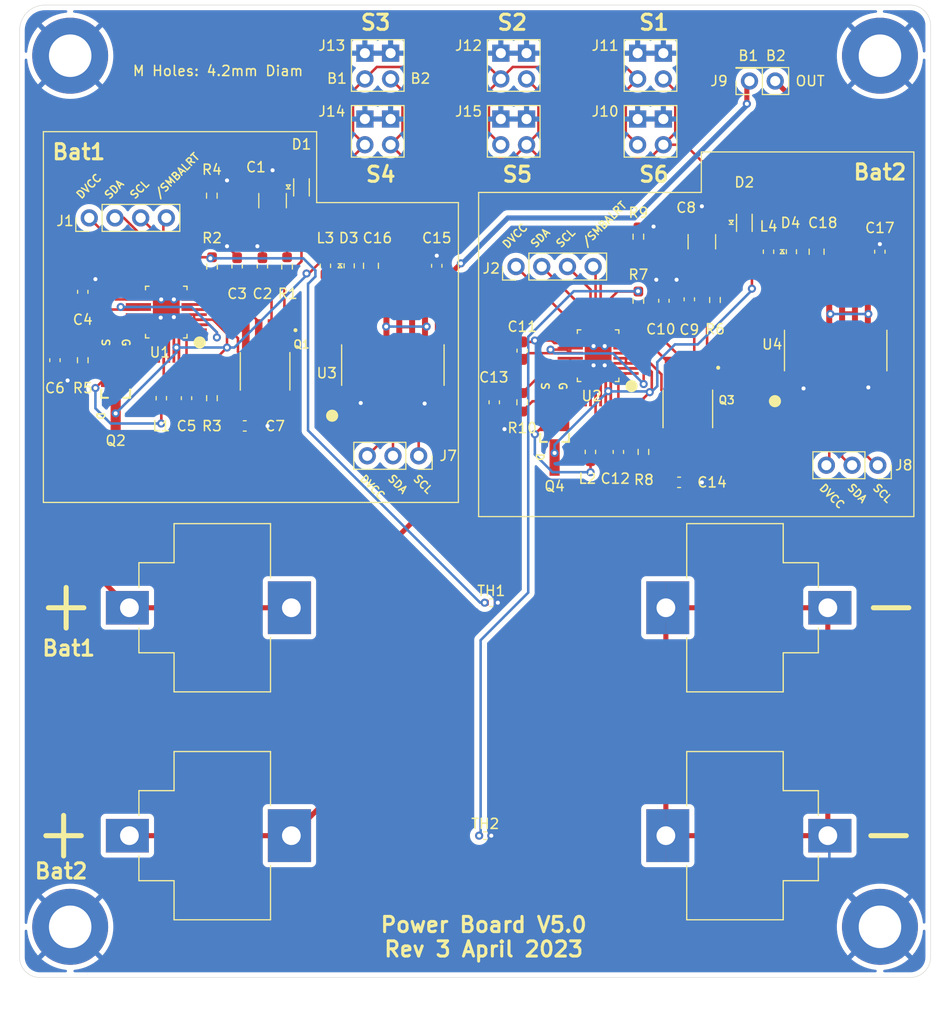
<source format=kicad_pcb>
(kicad_pcb (version 20211014) (generator pcbnew)
  (layers (0 "F.Cu" signal) (31 "B.Cu" signal) (34 "B.Paste" user) (35 "F.Paste" user) (36 "B.SilkS" user "B.Silkscreen") (37 "F.SilkS" user "F.Silkscreen") (38 "B.Mask" user) (39 "F.Mask" user) (44 "Edge.Cuts" user))
  (net 0 "")
  (net 1 "/Bat_Reg_4/VIN")
  (net 2 "GND")
  (net 3 "/Bat_Reg_4/V_Bat")
  (net 4 "/Bat_Reg_3/V_Bat")
  (net 5 "Net-(C1-Pad1)")
  (net 6 "/Bat_Reg_4/V_Out")
  (net 7 "Net-(C3-Pad2)")
  (net 8 "Net-(C4-Pad1)")
  (net 9 "Net-(C5-Pad1)")
  (net 10 "Net-(C5-Pad2)")
  (net 11 "/Bat_Reg_3/V_Out")
  (net 12 "Net-(C8-Pad1)")
  (net 13 "/V_Reg_3.3_5V4/Vout")
  (net 14 "Net-(C10-Pad2)")
  (net 15 "Net-(C11-Pad1)")
  (net 16 "Net-(C12-Pad1)")
  (net 17 "Net-(C12-Pad2)")
  (net 18 "Net-(C16-Pad1)")
  (net 19 "Net-(D4-Pad2)")
  (net 20 "/Bat_Reg_3/VIN")
  (net 21 "/Bat_Reg_4/DVCC")
  (net 22 "Net-(C18-Pad1)")
  (net 23 "/Bat_Reg_4/SDA")
  (net 24 "/Bat_Reg_4/SCL")
  (net 25 "/Bat_Reg_4/{slash}SMBALERT")
  (net 26 "/V_Reg_3.3_5V3/Vout")
  (net 27 "/V_Reg_3.3_5V4/3{slash}#5")
  (net 28 "/V_Reg_3.3_5V4/#STBY")
  (net 29 "/V_Reg_3.3_5V4/#SHDN")
  (net 30 "/Bat_Reg_4/TH")
  (net 31 "Net-(U3-Pad11)")
  (net 33 "Net-(U3-Pad10)")
  (net 34 "Net-(U4-Pad11)")
  (net 36 "Net-(U4-Pad10)")
  (net 37 "/Bat_Reg_3/DVCC")
  (net 38 "/Bat_Reg_3/SDA")
  (net 39 "/Bat_Reg_3/SCL")
  (net 40 "/Bat_Reg_3/{slash}SMBALERT")
  (net 41 "/V_Reg_3.3_5V3/3{slash}#5")
  (net 42 "/V_Reg_3.3_5V3/#STBY")
  (net 43 "/V_Reg_3.3_5V3/#SHDN")
  (net 44 "Net-(D1-Pad2)")
  (net 45 "Net-(L2-Pad2)")
  (net 46 "Net-(Q1-Pad4)")
  (net 47 "Net-(Q1-Pad5_8)")
  (net 48 "Net-(Q2-Pad1)")
  (net 49 "Net-(Q3-Pad4)")
  (net 50 "Net-(Q3-Pad5_8)")
  (net 51 "Net-(Q4-Pad1)")
  (net 52 "Net-(R2-Pad1)")
  (net 53 "Net-(R4-Pad2)")
  (net 54 "Net-(R7-Pad1)")
  (net 55 "Net-(R9-Pad2)")
  (net 56 "/Bat_Reg_3/TH")
  (net 57 "Net-(D2-Pad2)")
  (net 58 "Net-(D3-Pad2)")
  (net 59 "Net-(L1-Pad2)")
  (footprint "Connectors_Cubesat_Custom:CubeSat_Diode_SOT_882" (layer "F.Cu") (at 139.2625 71.240852 90)
    (fp_text reference "D3")
    (fp_text value "D_Schottky")
  )
  (footprint "Capacitor_SMD:C_0603_1608Metric_Pad1.08x0.95mm_HandSolder" (layer "F.Cu") (at 130.4925 71.31 90)
    (fp_text reference "C2")
    (fp_text value "0.1u")
  )
  (footprint "Connectors_Cubesat_Custom:CubeSat_Conn_2x02_P2.54mm" (layer "F.Cu") (at 168.34 52.01 -90)
    (fp_text reference "J11")
    (fp_text value "S2")
  )
  (footprint "MAX710ESE:SOIC127P600X175-16N" (layer "F.Cu") (at 187.125 79.605 90)
    (fp_text reference "U4")
    (fp_text value "MAX710ESE+T")
  )
  (footprint "Connectors_Cubesat_Custom:CubeSat_Conn_2x02_P2.54mm" (layer "F.Cu") (at 154.825 52.01 -90)
    (fp_text reference "J12")
    (fp_text value "S3")
  )
  (footprint "LTC4162:QFN50P500X400X80-29N" (layer "F.Cu") (at 163.655 80.11625 180)
    (fp_text reference "U2")
    (fp_text value "LTC4162")
  )
  (footprint "Resistor_SMD:R_0603_1608Metric_Pad0.98x0.95mm_HandSolder" (layer "F.Cu") (at 132.925 71.31 90)
    (fp_text reference "R1")
    (fp_text value "2.5")
  )
  (footprint "TQM110N:TRANS_TQM110NB04CR_RLG" (layer "F.Cu") (at 172.5175 85.22375 -90)
    (fp_text reference "Q3")
    (fp_text value "TQM110NB04CR_RLG")
  )
  (footprint "Capacitor_SMD:C_0603_1608Metric_Pad1.08x0.95mm_HandSolder" (layer "F.Cu") (at 109.9925 80.56 -90)
    (fp_text reference "C6")
    (fp_text value "10u")
  )
  (footprint "Connectors_Cubesat_Custom:CubeSat_MountingHole_M4" (layer "F.Cu") (at 111.5 136.5)
    (fp_text reference "H1")
    (fp_text value "MountingHole_Pad")
  )
  (footprint "254TR:BAT_254TR" (layer "F.Cu") (at 125.35 105 180)
    (fp_text reference "J3")
    (fp_text value "254TR")
  )
  (footprint "Connectors_Cubesat_Custom:CubeSat_2n7002" (layer "F.Cu") (at 159.355 87.91625 180)
    (fp_text reference "Q4")
    (fp_text value "2N7002*")
  )
  (footprint "Connectors_Cubesat_Custom:CubeSat_MountingHole_M4" (layer "F.Cu") (at 191.5 136.5)
    (fp_text reference "H3")
    (fp_text value "MountingHole_Pad")
  )
  (footprint "Connectors_Cubesat_Custom:CubeSat_Conn_4x01_P2.54mm" (layer "F.Cu") (at 159.655 71.11625 90)
    (fp_text reference "J2")
    (fp_text value "Conn_01x04_Female")
  )
  (footprint "Capacitor_SMD:C_0603_1608Metric_Pad1.08x0.95mm_HandSolder" (layer "F.Cu") (at 156.155 79.61625 90)
    (fp_text reference "C11")
    (fp_text value "4.7u")
  )
  (footprint "Connectors_Cubesat_Custom:CubeSat_Conn_2x02_P2.54mm" (layer "F.Cu") (at 154.825 58.51 -90)
    (fp_text reference "J15")
    (fp_text value "S6")
  )
  (footprint "Connectors_Cubesat_Custom:CubeSat_MountingHole_M4" (layer "F.Cu") (at 111.5 50.5)
    (fp_text reference "H4")
    (fp_text value "MountingHole_Pad")
  )
  (footprint "Connectors_Cubesat_Custom:CubeSat_Conn_3x01_P2.54mm" (layer "F.Cu") (at 188.2063 90.928977 -90)
    (fp_text reference "J8")
    (fp_text value "Conn_01x03_Female")
  )
  (footprint "Inductor_SMD:L_0603_1608Metric_Pad1.05x0.95mm_HandSolder" (layer "F.Cu") (at 120.5025 84.31 -90)
    (fp_text reference "L1")
    (fp_text value "4.7u")
  )
  (footprint "Capacitor_SMD:C_0603_1608Metric_Pad1.08x0.95mm_HandSolder" (layer "F.Cu") (at 128.745 87.05)
    (fp_text reference "C7")
    (fp_text value "10u")
  )
  (footprint "Capacitor_SMD:C_0603_1608Metric_Pad1.08x0.95mm_HandSolder" (layer "F.Cu") (at 191.49 69.85 90)
    (fp_text reference "C17")
    (fp_text value "4.7u")
  )
  (footprint "Capacitor_SMD:C_0603_1608Metric_Pad1.08x0.95mm_HandSolder" (layer "F.Cu") (at 153.395 84.71625 -90)
    (fp_text reference "C13")
    (fp_text value "10u")
  )
  (footprint "Connectors_Cubesat_Custom:CubeSat_MountingHole_M4" (layer "F.Cu") (at 191.5 50.5)
    (fp_text reference "H2")
    (fp_text value "MountingHole_Pad")
  )
  (footprint "Capacitor_SMD:C_1210_3225Metric_Pad1.33x2.70mm_HandSolder" (layer "F.Cu") (at 131.4925 64.81 90)
    (fp_text reference "C1")
    (fp_text value "150u")
  )
  (footprint "Connectors_Cubesat_Custom:CubeSat_Conn_4x01_P2.54mm" (layer "F.Cu") (at 117.4925 66.31 90)
    (fp_text reference "J1")
    (fp_text value "Conn_01x04_Female")
  )
  (footprint "Capacitor_SMD:C_1210_3225Metric_Pad1.33x2.70mm_HandSolder" (layer "F.Cu") (at 173.905 68.86625 90)
    (fp_text reference "C8")
    (fp_text value "150u")
  )
  (footprint "Resistor_SMD:R_0603_1608Metric_Pad0.98x0.95mm_HandSolder" (layer "F.Cu") (at 167.6325 68.36625 -90)
    (fp_text reference "R9")
    (fp_text value "63.4k")
  )
  (footprint "254TR:BAT_254TR" (layer "F.Cu") (at 178.35 127.5)
    (fp_text reference "J6")
    (fp_text value "254TR")
  )
  (footprint "MAX710ESE:SOIC127P600X175-16N" (layer "F.Cu") (at 143.3775 81.040852 90)
    (fp_text reference "U3")
    (fp_text value "MAX710ESE+T")
  )
  (footprint "Inductor_SMD:L_0603_1608Metric_Pad1.05x0.95mm_HandSolder" (layer "F.Cu") (at 180.49 69.85 -90)
    (fp_text reference "L4")
    (fp_text value "22u")
  )
  (footprint "Capacitor_SMD:C_0603_1608Metric_Pad1.08x0.95mm_HandSolder" (layer "F.Cu") (at 170.155 74.692551 -90)
    (fp_text reference "C10")
    (fp_text value "1u")
  )
  (footprint "Resistor_SMD:R_0603_1608Metric_Pad0.98x0.95mm_HandSolder" (layer "F.Cu") (at 168.1325 89.61625 -90)
    (fp_text reference "R8")
    (fp_text value "16m")
  )
  (footprint "Capacitor_SMD:C_0603_1608Metric_Pad1.08x0.95mm_HandSolder" (layer "F.Cu") (at 112.7425 73.81 90)
    (fp_text reference "C4")
    (fp_text value "4.7u")
  )
  (footprint "Resistor_SMD:R_0603_1608Metric_Pad0.98x0.95mm_HandSolder" (layer "F.Cu") (at 156.155 84.71625 -90)
    (fp_text reference "R10")
    (fp_text value "10m")
  )
  (footprint "Connectors_Cubesat_Custom:CubeSat_Conn_2x02_P2.54mm" (layer "F.Cu") (at 141.395 52.01 -90)
    (fp_text reference "J13")
    (fp_text value "S4")
  )
  (footprint "254TR:BAT_254TR" (layer "F.Cu") (at 125.35 127.5 180)
    (fp_text reference "J5")
    (fp_text value "254TR")
  )
  (footprint "Connectors_Cubesat_Custom:CubeSat_Diode_SOT_882" (layer "F.Cu") (at 182.95 69.85 90)
    (fp_text reference "D4")
    (fp_text value "D_Schottky")
  )
  (footprint "Capacitor_SMD:C_0603_1608Metric_Pad1.08x0.95mm_HandSolder" (layer "F.Cu") (at 127.9925 71.31 -90)
    (fp_text reference "C3")
    (fp_text value "1u")
  )
  (footprint "254TR:BAT_254TR" (layer "F.Cu") (at 178.35 105)
    (fp_text reference "J4")
    (fp_text value "254TR")
  )
  (footprint "Capacitor_SMD:C_0805_2012Metric_Pad1.18x1.45mm_HandSolder" (layer "F.Cu") (at 185.24 69.85 -90)
    (fp_text reference "C18")
    (fp_text value "100u")
  )
  (footprint "Connectors_Cubesat_Custom:CubeSat_2n7002" (layer "F.Cu") (at 115.9925 83.56 180)
    (fp_text reference "Q2")
    (fp_text value "2N7002*")
  )
  (footprint "Inductor_SMD:L_0603_1608Metric_Pad1.05x0.95mm_HandSolder" (layer "F.Cu") (at 162.895 89.61625 -90)
    (fp_text reference "L2")
    (fp_text value "4.7u")
  )
  (footprint "Resistor_SMD:R_0603_1608Metric_Pad0.98x0.95mm_HandSolder" (layer "F.Cu") (at 175.2 74.61625 90)
    (fp_text reference "R6")
    (fp_text value "2.5")
  )
  (footprint "Resistor_SMD:R_0603_1608Metric_Pad0.98x0.95mm_HandSolder" (layer "F.Cu") (at 125.5025 84.31 -90)
    (fp_text reference "R3")
    (fp_text value "16m")
  )
  (footprint "Resistor_SMD:R_0402_1005Metric_Pad0.72x0.64mm_HandSolder" (layer "F.Cu") (at 153.0975 104.5)
    (fp_text reference "TH1")
    (fp_text value "Thermistor_NTC")
  )
  (footprint "Connectors_Cubesat_Custom:CubeSat_Conn_3x01_P2.54mm" (layer "F.Cu") (at 142.85 90 -90)
    (fp_text reference "J7")
    (fp_text value "Conn_01x03_Female")
  )
  (footprint "Resistor_SMD:R_0603_1608Metric_Pad0.98x0.95mm_HandSolder" (layer "F.Cu") (at 112.7425 80.56 -90)
    (fp_text reference "R5")
    (fp_text value "10m")
  )
  (footprint "Inductor_SMD:L_0603_1608Metric_Pad1.05x0.95mm_HandSolder" (layer "F.Cu") (at 136.715 71.240852 -90)
    (fp_text reference "L3")
    (fp_text value "22u")
  )
  (footprint "Capacitor_SMD:C_0603_1608Metric_Pad1.08x0.95mm_HandSolder" (layer "F.Cu") (at 122.9925 84.31 -90)
    (fp_text reference "C5")
    (fp_text value "22n")
  )
  (footprint "LTC4162:QFN50P500X400X80-29N" (layer "F.Cu") (at 120.9925 75.81 180)
    (fp_text reference "U1")
    (fp_text value "LTC4162")
  )
  (footprint "TQM110N:TRANS_TQM110NB04CR_RLG" (layer "F.Cu") (at 130.755 81.5175 -90)
    (fp_text reference "Q1")
    (fp_text value "TQM110NB04CR_RLG")
  )
  (footprint "Capacitor_SMD:C_0603_1608Metric_Pad1.08x0.95mm_HandSolder" (layer "F.Cu") (at 171.655 92.61875)
    (fp_text reference "C14")
    (fp_text value "10u")
  )
  (footprint "Capacitor_SMD:C_0805_2012Metric_Pad1.18x1.45mm_HandSolder" (layer "F.Cu") (at 141.215 71.240852 -90)
    (fp_text reference "C16")
    (fp_text value "100u")
  )
  (footprint "Connectors_Cubesat_Custom:CubeSat_Conn_2x01_P2.54mm" (layer "F.Cu") (at 179.85 53 180)
    (fp_text reference "J9")
    (fp_text value "Conn_01x02_Female")
  )
  (footprint "Connectors_Cubesat_Custom:CubeSat_DIO_CUS520,H3f" (layer "F.Cu") (at 134.35 63.5 90)
    (fp_text reference "D1")
    (fp_text value "D_Schottky_Small")
  )
  (footprint "Connectors_Cubesat_Custom:CubeSat_Conn_2x02_P2.54mm" (layer "F.Cu") (at 141.395 58.51 -90)
    (fp_text reference "J14")
    (fp_text value "S5")
  )
  (footprint "Capacitor_SMD:C_0603_1608Metric_Pad1.08x0.95mm_HandSolder" (layer "F.Cu") (at 172.665 74.546284 90)
    (fp_text reference "C9")
    (fp_text value "0.1u")
  )
  (footprint "Resistor_SMD:R_0603_1608Metric_Pad0.98x0.95mm_HandSolder" (layer "F.Cu") (at 167.6325 74.692551 90)
    (fp_text reference "R7")
    (fp_text value "10k")
  )
  (footprint "Capacitor_SMD:C_0603_1608Metric_Pad1.08x0.95mm_HandSolder" (layer "F.Cu") (at 165.655 89.61625 -90)
    (fp_text reference "C12")
    (fp_text value "22n")
  )
  (footprint "Connectors_Cubesat_Custom:CubeSat_DIO_CUS520,H3f" (layer "F.Cu") (at 178.1 67 90)
    (fp_text reference "D2")
    (fp_text value "D_Schottky_Small")
  )
  (footprint "Resistor_SMD:R_0402_1005Metric_Pad0.72x0.64mm_HandSolder" (layer "F.Cu") (at 152.5 127.5)
    (fp_text reference "TH2")
    (fp_text value "Thermistor_NTC")
  )
  (footprint "Connectors_Cubesat_Custom:CubeSat_Conn_2x02_P2.54mm" (layer "F.Cu") (at 168.34 58.51 -90)
    (fp_text reference "J10")
    (fp_text value "S1")
  )
  (footprint "Resistor_SMD:R_0603_1608Metric_Pad0.98x0.95mm_HandSolder" (layer "F.Cu") (at 125.515 71.31 90)
    (fp_text reference "R2")
    (fp_text value "10k")
  )
  (footprint "Resistor_SMD:R_0603_1608Metric_Pad0.98x0.95mm_HandSolder" (layer "F.Cu") (at 125.4925 64.319448 -90)
    (fp_text reference "R4")
    (fp_text value "63.4k")
  )
  (footprint "Capacitor_SMD:C_0603_1608Metric_Pad1.08x0.95mm_HandSolder" (layer "F.Cu") (at 147.715 71.240852 90)
    (fp_text reference "C15")
    (fp_text value "4.7u")
  )
  (gr_line (start 110.85 125.5) (end 110.85 129.5) (layer "F.SilkS") (width 0.5))
  (gr_line (start 108.85 94.6) (end 108.85 58) (layer "F.SilkS") (width 0.12))
  (gr_line (start 173.85 60) (end 173.85 64) (layer "F.SilkS") (width 0.12))
  (gr_line (start 151.85 64) (end 151.85 96) (layer "F.SilkS") (width 0.12))
  (gr_line (start 149.85 65) (end 149.85 94.6) (layer "F.SilkS") (width 0.12))
  (gr_line (start 190.85 105) (end 194.35 105) (layer "F.SilkS") (width 0.5))
  (gr_line (start 108.85 58) (end 135.85 58) (layer "F.SilkS") (width 0.12))
  (gr_line (start 109.35 105) (end 112.85 105) (layer "F.SilkS") (width 0.5))
  (gr_line (start 151.85 96) (end 194.85 96) (layer "F.SilkS") (width 0.12))
  (gr_line (start 135.85 65) (end 149.85 65) (layer "F.SilkS") (width 0.12))
  (gr_line (start 194.85 60) (end 173.85 60) (layer "F.SilkS") (width 0.12))
  (gr_line (start 173.85 64) (end 151.85 64) (layer "F.SilkS") (width 0.12))
  (gr_line (start 194.85 96) (end 194.85 60) (layer "F.SilkS") (width 0.12))
  (gr_line (start 111.1 103) (end 111.1 107) (layer "F.SilkS") (width 0.5))
  (gr_line (start 109.1 127.5) (end 112.6 127.5) (layer "F.SilkS") (width 0.5))
  (gr_line (start 135.85 58) (end 135.85 65) (layer "F.SilkS") (width 0.12))
  (gr_line (start 149.85 94.6) (end 108.85 94.6) (layer "F.SilkS") (width 0.12))
  (gr_line (start 190.6 127.5) (end 194.1 127.5) (layer "F.SilkS") (width 0.5))
  (gr_line (start 106.5 139.5) (end 106.5 48) (layer "Edge.Cuts") (width 0.05))
  (gr_arc (start 196.5 139.5) (mid 195.914214 140.914214) (end 194.5 141.5) (layer "Edge.Cuts") (width 0.05))
  (gr_line (start 109 45.5) (end 194.5 45.5) (layer "Edge.Cuts") (width 0.05))
  (gr_arc (start 194.5 45.5) (mid 195.914214 46.085786) (end 196.5 47.5) (layer "Edge.Cuts") (width 0.05))
  (gr_line (start 108.5 141.5) (end 194.5 141.5) (layer "Edge.Cuts") (width 0.05))
  (gr_arc (start 108.5 141.5) (mid 107.085786 140.914214) (end 106.5 139.5) (layer "Edge.Cuts") (width 0.05))
  (gr_arc (start 106.5 48) (mid 107.232233 46.232233) (end 109 45.5) (layer "Edge.Cuts") (width 0.05))
  (gr_line (start 196.5 139.5) (end 196.5 47.5) (layer "Edge.Cuts") (width 0.05))
  (gr_text "OUT" (at 184.6 53) (layer "F.SilkS") (effects (font (size 1 1))))
  (gr_text "DVCC" (at 186.75 94 315) (layer "F.SilkS") (effects (font (size 0.75 0.75))))
  (gr_text "SDA" (at 143.85 92.8 315) (layer "F.SilkS") (effects (font (size 0.75 0.75))))
  (gr_text "B2" (at 146.1 52.75) (layer "F.SilkS") (effects (font (size 1 1))))
  (gr_text "DVCC" (at 155.45 68.3 45) (layer "F.SilkS") (effects (font (size 0.75 0.75))))
  (gr_text "SDA" (at 115.85 63.7 45) (layer "F.SilkS") (effects (font (size 0.75 0.75))))
  (gr_text "/SMBALRT" (at 122.05 62.3 45) (layer "F.SilkS") (effects (font (size 0.75 0.75))))
  (gr_text "B1 B2" (at 179.85 50.5) (layer "F.SilkS") (effects (font (size 1 1))))
  (gr_text "Power Board V5.0\nRev 3 April 2023" (at 152.35 137.5) (layer "F.SilkS") (effects (font (size 1.5 1.5) (thickness 0.3))))
  (gr_text "S1" (at 169.175 47.22) (layer "F.SilkS") (effects (font (size 1.5 1.5) (thickness 0.3))))
  (gr_text "SCL" (at 146.35 92.8 315) (layer "F.SilkS") (effects (font (size 0.75 0.75))))
  (gr_text "SCL" (at 160.45 68.5 45) (layer "F.SilkS") (effects (font (size 0.75 0.75))))
  (gr_text "S3" (at 141.675 47.22) (layer "F.SilkS") (effects (font (size 1.5 1.5) (thickness 0.3))))
  (gr_text "Bat1" (at 112.35 60) (layer "F.SilkS") (effects (font (size 1.5 1.5) (thickness 0.3))))
  (gr_text "DVCC" (at 113.35 63.4 45) (layer "F.SilkS") (effects (font (size 0.75 0.75))))
  (gr_text "SCL" (at 118.35 63.7 45) (layer "F.SilkS") (effects (font (size 0.75 0.75))))
  (gr_text "S4" (at 142.175 62.22) (layer "F.SilkS") (effects (font (size 1.5 1.5) (thickness 0.3))))
  (gr_text "Bat2\n" (at 110.6 131) (layer "F.SilkS") (effects (font (size 1.5 1.5) (thickness 0.3))))
  (gr_text "DVCC" (at 141.35 93.1 315) (layer "F.SilkS") (effects (font (size 0.75 0.75))))
  (gr_text "SDA" (at 189.25 93.7 315) (layer "F.SilkS") (effects (font (size 0.75 0.75))))
  (gr_text "Bat2\n" (at 191.5 62) (layer "F.SilkS") (effects (font (size 1.5 1.5) (thickness 0.3))))
  (gr_text "SDA" (at 157.95 68.5 45) (layer "F.SilkS") (effects (font (size 0.75 0.75))))
  (gr_text "S5" (at 155.675 62.22) (layer "F.SilkS") (effects (font (size 1.5 1.5) (thickness 0.3))))
  (gr_text "S6" (at 169.175 62.22) (layer "F.SilkS") (effects (font (size 1.5 1.5) (thickness 0.3))))
  (gr_text "/SMBALRT" (at 164.25 67.1 45) (layer "F.SilkS") (effects (font (size 0.75 0.75))))
  (gr_text "Bat1" (at 111.35 109) (layer "F.SilkS") (effects (font (size 1.5 1.5) (thickness 0.3))))
  (gr_text "S2" (at 155.175 47.22) (layer "F.SilkS") (effects (font (size 1.5 1.5) (thickness 0.3))))
  (gr_text "B1" (at 137.85 52.75) (layer "F.SilkS") (effects (font (size 1 1))))
  (gr_text "SCL" (at 191.75 93.7 315) (layer "F.SilkS") (effects (font (size 0.75 0.75))))
  (gr_text "M Holes: 4.2mm Diam" (at 126.1 52) (layer "F.SilkS") (effects (font (size 1 1))))
  (segment (start 123.745 74.56) (end 127.9175 74.56) (width 0.25) (layer "F.Cu") (net 1))
  (segment (start 130.4925 72.1725) (end 131.39 73.07) (width 0.25) (layer "F.Cu") (net 1))
  (segment (start 134.35 70.7975) (end 134.35 65.375) (width 0.25) (layer "F.Cu") (net 1))
  (segment (start 131.39 78) (end 130.125 78) (width 0.25) (layer "F.Cu") (net 1))
  (segment (start 131.39 73.07) (end 131.39 78) (width 0.25) (layer "F.Cu") (net 1))
  (segment (start 132.925 72.2225) (end 132.66 72.4875) (width 0.25) (layer "F.Cu") (net 1))
  (segment (start 132.925 72.2225) (end 134.35 70.7975) (width 0.25) (layer "F.Cu") (net 1))
  (segment (start 130.125 76.7675) (end 130.125 78) (width 0.25) (layer "F.Cu") (net 1))
  (segment (start 132.925 72.2225) (end 130.5425 72.2225) (width 0.25) (layer "F.Cu") (net 1))
  (segment (start 130.5425 72.2225) (end 130.4925 72.1725) (width 0.25) (layer "F.Cu") (net 1))
  (segment (start 132.66 78) (end 131.39 78) (width 0.25) (layer "F.Cu") (net 1))
  (segment (start 127.9175 74.56) (end 130.125 76.7675) (width 0.25) (layer "F.Cu") (net 1))
  (segment (start 132.66 72.4875) (end 132.66 78) (width 0.25) (layer "F.Cu") (net 1))
  (segment (start 119.7425 74.56) (end 120.9925 75.81) (width 0.25) (layer "F.Cu") (net 2))
  (segment (start 113.605 72.9475) (end 113.9925 72.56) (width 0.25) (layer "F.Cu") (net 2))
  (segment (start 172.155 73.683784) (end 172.155 73.36625) (width 0.25) (layer "F.Cu") (net 2))
  (segment (start 169.1325 67.36625) (end 169.045 67.45375) (width 0.25) (layer "F.Cu") (net 2))
  (segment (start 162.905 83.61875) (end 162.905 80.86625) (width 0.25) (layer "F.Cu") (net 2))
  (segment (start 183.95 75.86) (end 183.95 83.35) (width 0.25) (layer "F.Cu") (net 2))
  (segment (start 153.395 85.57875) (end 153.395 86.35625) (width 0.25) (layer "F.Cu") (net 2))
  (segment (start 185.24 75.84) (end 185.22 75.86) (width 0.25) (layer "F.Cu") (net 2))
  (segment (start 130.4925 69.81) (end 129.9925 69.31) (width 0.25) (layer "F.Cu") (net 2))
  (segment (start 170.155 73.830051) (end 170.155 73.36625) (width 0.25) (layer "F.Cu") (net 2))
  (segment (start 140.2025 77.295852) (end 141.4725 77.295852) (width 0.25) (layer "F.Cu") (net 2))
  (segment (start 127.9925 70.31) (end 126.9925 69.31) (width 0.25) (layer "F.Cu") (net 2))
  (segment (start 119.7425 79.3125) (end 120.2425 79.3125) (width 0.25) (layer "F.Cu") (net 2))
  (segment (start 141.215 77.038352) (end 141.4725 77.295852) (width 0.25) (layer "F.Cu") (net 2))
  (segment (start 118.24 74.56) (end 119.7425 74.56) (width 0.25) (layer "F.Cu") (net 2))
  (segment (start 131.4925 63.2475) (end 131.4925 61.81) (width 0.25) (layer "F.Cu") (net 2))
  (segment (start 173.905 67.30375) (end 173.905 65.36625) (width 0.25) (layer "F.Cu") (net 2))
  (segment (start 162.405 83.61875) (end 162.905 83.61875) (width 0.25) (layer "F.Cu") (net 2))
  (segment (start 113.9925 72.56) (end 115.9925 74.56) (width 0.25) (layer "F.Cu") (net 2))
  (segment (start 191.5 136.5) (end 192.6 135.4) (width 0.25) (layer "F.Cu") (net 2))
  (segment (start 172.5175 92.61875) (end 173.905 92.61875) (width 0.25) (layer "F.Cu") (net 2))
  (segment (start 126.395552 63.406948) (end 126.9925 62.81) (width 0.25) (layer "F.Cu") (net 2))
  (segment (start 130.4925 70.4475) (end 130.4925 69.81) (width 0.25) (layer "F.Cu") (net 2))
  (segment (start 120.2425 79.3125) (end 120.2425 76.56) (width 0.25) (layer "F.Cu") (net 2))
  (segment (start 170.155 73.36625) (end 169.405 72.61625) (width 0.25) (layer "F.Cu") (net 2))
  (segment (start 185.24 70.7125) (end 185.24 75.84) (width 0.25) (layer "F.Cu") (net 2))
  (segment (start 120.2425 76.56) (end 120.4425 76.36) (width 0.25) (layer "F.Cu") (net 2))
  (segment (start 109.9925 81.4225) (end 110.105 81.4225) (width 0.25) (layer "F.Cu") (net 2))
  (segment (start 186.35 105) (end 170.35 105) (width 0.5) (layer "F.Cu") (net 2))
  (segment (start 162.405 78.86625) (end 163.655 80.11625) (width 0.25) (layer "F.Cu") (net 2))
  (segment (start 167.6325 67.45375) (end 169.045 67.45375) (width 0.25) (layer "F.Cu") (net 2))
  (segment (start 153.395 86.35625) (end 154.405 87.36625) (width 0.25) (layer "F.Cu") (net 2))
  (segment (start 140.2025 77.295852) (end 140.2025 84.785852) (width 0.25) (layer "F.Cu") (net 2))
  (segment (start 170.35 127.5) (end 170.35 105) (width 0.5) (layer "F.Cu") (net 2))
  (segment (start 157.2675 78.75375) (end 157.405 78.61625) (width 0.25) (layer "F.Cu") (net 2))
  (segment (start 159.080305 78.61625) (end 157.405 78.61625) (width 0.25) (layer "F.Cu") (net 2))
  (segment (start 160.9025 78.86625) (end 162.405 78.86625) (width 0.25) (layer "F.Cu") (net 2))
  (segment (start 115.9925 74.56) (end 118.24 74.56) (width 0.25) (layer "F.Cu") (net 2))
  (segment (start 186.35 127.5) (end 170.35 127.5) (width 0.5) (layer "F.Cu") (net 2))
  (segment (start 127.9925 70.4475) (end 127.9925 70.31) (width 0.25) (layer "F.Cu") (net 2))
  (segment (start 183.95 75.86) (end 185.22 75.86) (width 0.25) (layer "F.Cu") (net 2))
  (segment (start 112.7425 72.9475) (end 113.605 72.9475) (width 0.25) (layer "F.Cu") (net 2))
  (segment (start 125.4925 63.406948) (end 126.395552 63.406948) (width 0.25) (layer "F.Cu") (net 2))
  (segment (start 160.9025 78.86625) (end 159.330305 78.86625) (width 0.25) (layer "F.Cu") (net 2))
  (segment (start 156.155 78.75375) (end 157.2675 78.75375) (width 0.25) (layer "F.Cu") (net 2))
  (segment (start 120.4425 76.36) (end 120.9925 75.81) (width 0.25) (layer "F.Cu") (net 2))
  (segment (start 129.6075 87.05) (end 130.995 87.05) (width 0.25) (layer "F.Cu") (net 2))
  (segment (start 172.155 73.36625) (end 171.405 72.61625) (width 0.25) (layer "F.Cu") (net 2))
  (segment (start 141.215 72.103352) (end 141.215 77.038352) (width 0.25) (layer "F.Cu") (net 2))
  (segment (start 159.330305 78.86625) (end 159.080305 78.61625) (width 0.25) (layer "F.Cu") (net 2))
  (segment (start 186.35 105) (end 186.35 127.5) (width 0.5) (layer "F.Cu") (net 2))
  (segment (start 110.105 81.4225) (end 111.2425 82.56) (width 0.25) (layer "F.Cu") (net 2))
  (segment (start 162.905 80.86625) (end 163.655 80.11625) (width 0.25) (layer "F.Cu") (net 2))
  (via (at 113.9925 72.56) (size 0.8) (drill 0.4) (layers "F.Cu" "B.Cu") (net 2))
  (via (at 154.405 87.36625) (size 0.8) (drill 0.4) (layers "F.Cu" "B.Cu") (net 2))
  (via (at 153.1 127.5) (size 0.8) (drill 0.4) (layers "F.Cu" "B.Cu") (net 2))
  (via (at 163.205 81.06625) (size 0.8) (drill 0.4) (layers "F.Cu" "B.Cu") (net 2))
  (via (at 146.515 84.840852) (size 0.8) (drill 0.4) (layers "F.Cu" "B.Cu") (net 2))
  (via (at 126.9925 69.31) (size 0.8) (drill 0.4) (layers "F.Cu" "B.Cu") (net 2))
  (via (at 120.4425 76.36) (size 0.8) (drill 0.4) (layers "F.Cu" "B.Cu") (net 2))
  (via (at 164.305 81.06625) (size 0.8) (drill 0.4) (layers "F.Cu" "B.Cu") (net 2))
  (via (at 183.95 83.35) (size 0.8) (drill 0.4) (layers "F.Cu" "B.Cu") (net 2))
  (via (at 111.2425 82.56) (size 0.8) (drill 0.4) (layers "F.Cu" "B.Cu") (net 2))
  (via (at 164.305 79.16625) (size 0.8) (drill 0.4) (layers "F.Cu" "B.Cu") (net 2))
  (via (at 191.49 69.1) (size 0.8) (drill 0.4) (layers "F.Cu" "B.Cu") (net 2))
  (via (at 120.4925 74.56) (size 0.8) (drill 0.4) (layers "F.Cu" "B.Cu") (net 2))
  (via (at 157.405 78.61625) (size 0.8) (drill 0.4) (layers "F.Cu" "B.Cu") (net 2))
  (via (at 121.7425 76.31) (size 0.8) (drill 0.4) (layers "F.Cu" "B.Cu") (net 2))
  (via (at 169.405 72.61625) (size 0.8) (drill 0.4) (layers "F.Cu" "B.Cu") (net 2))
  (via (at 171.405 72.61625) (size 0.8) (drill 0.4) (layers "F.Cu" "B.Cu") (net 2))
  (via (at 147.715 70.240852) (size 0.8) (drill 0.4) (layers "F.Cu" "B.Cu") (net 2))
  (via (at 126.9925 62.81) (size 0.8) (drill 0.4) (layers "F.Cu" "B.Cu") (net 2))
  (via (at 169.1325 67.36625) (size 0.8) (drill 0.4) (layers "F.Cu" "B.Cu") (net 2))
  (via (at 121.7425 74.56) (size 0.8) (drill 0.4) (layers "F.Cu" "B.Cu") (net 2))
  (via (at 190.35 83.25) (size 0.8) (drill 0.4) (layers "F.Cu" "B.Cu") (net 2))
  (via (at 130.995 87.05) (size 0.8) (drill 0.4) (layers "F.Cu" "B.Cu") (net 2))
  (via (at 163.205 79.16625) (size 0.8) (drill 0.4) (layers "F.Cu" "B.Cu") (net 2))
  (via (at 173.905 92.61875) (size 0.8) (drill 0.4) (layers "F.Cu" "B.Cu") (net 2))
  (via (at 153.7475 104.5) (size 0.8) (drill 0.4) (layers "F.Cu" "B.Cu") (net 2))
  (via (at 131.4925 61.81) (size 0.8) (drill 0.4) (layers "F.Cu" "B.Cu") (net 2))
  (via (at 140.2025 84.785852) (size 0.8) (drill 0.4) (layers "F.Cu" "B.Cu") (net 2))
  (via (at 173.905 65.36625) (size 0.8) (drill 0.4) (layers "F.Cu" "B.Cu") (net 2))
  (via (at 129.9925 69.31) (size 0.8) (drill 0.4) (layers "F.Cu" "B.Cu") (net 2))
  (segment (start 154.045 56.75) (end 143.155 56.75) (width 0.25) (layer "B.Cu") (net 2))
  (segment (start 143.155 56.75) (end 140.615 56.75) (width 0.25) (layer "B.Cu") (net 2))
  (segment (start 170.1 56.75) (end 167.56 56.75) (width 0.25) (layer "B.Cu") (net 2))
  (segment (start 140.615 50.25) (end 143.155 50.25) (width 0.25) (layer "B.Cu") (net 2))
  (segment (start 156.585 50.25) (end 167.56 50.25) (width 0.25) (layer "B.Cu") (net 2))
  (segment (start 190.35 83.25) (end 184.05 83.25) (width 0.25) (layer "B.Cu") (net 2))
  (segment (start 154.045 50.25) (end 156.585 50.25) (width 0.25) (layer "B.Cu") (net 2))
  (segment (start 146.515 84.840852) (end 140.2575 84.840852) (width 0.25) (layer "B.Cu") (net 2))
  (segment (start 191.9 136.5) (end 186.5 131.1) (width 0.25) (layer "B.Cu") (net 2))
  (segment (start 186.5 131.1) (end 186.5 127.5) (width 0.25) (layer "B.Cu") (net 2))
  (segment (start 140.2575 84.840852) (end 140.2025 84.785852) (width 0.25) (layer "B.Cu") (net 2))
  (segment (start 167.56 50.25) (end 170.1 50.25) (width 0.25) (layer "B.Cu") (net 2))
  (segment (start 167.56 56.75) (end 156.585 56.75) (width 0.25) (layer "B.Cu") (net 2))
  (segment (start 143.155 50.25) (end 154.045 50.25) (width 0.25) (layer "B.Cu") (net 2))
  (segment (start 184.05 83.25) (end 183.95 83.35) (width 0.25) (layer "B.Cu") (net 2))
  (segment (start 156.585 56.75) (end 154.045 56.75) (width 0.25) (layer "B.Cu") (net 2))
  (segment (start 107.85 81.84) (end 109.9925 79.6975) (width 0.5) (layer "F.Cu") (net 3))
  (segment (start 117.35 105) (end 107.85 95.5) (width 0.5) (layer "F.Cu") (net 3))
  (segment (start 109.9925 79.6975) (end 112.6925 79.6975) (width 0.25) (layer "F.Cu") (net 3))
  (segment (start 118.24 76.56) (end 118.24 76.06) (width 0.25) (layer "F.Cu") (net 3))
  (segment (start 115.83 76.56) (end 116.9925 76.56) (width 0.25) (layer "F.Cu") (net 3))
  (segment (start 112.6925 79.6975) (end 112.7425 79.6475) (width 0.25) (layer "F.Cu") (net 3))
  (segment (start 116.9925 76.56) (end 118.24 76.56) (width 0.25) (layer "F.Cu") (net 3))
  (segment (start 107.85 95.5) (end 107.85 81.84) (width 0.5) (layer "F.Cu") (net 3))
  (segment (start 117.35 105) (end 133.35 105) (width 0.5) (layer "F.Cu") (net 3))
  (segment (start 112.7425 79.6475) (end 115.83 76.56) (width 0.25) (layer "F.Cu") (net 3))
  (segment (start 117.35 127.5) (end 133.35 127.5) (width 0.5) (layer "F.Cu") (net 4))
  (segment (start 136.85 105) (end 136.85 124) (width 0.5) (layer "F.Cu") (net 4))
  (segment (start 136.85 124) (end 133.35 127.5) (width 0.5) (layer "F.Cu") (net 4))
  (segment (start 150.85 86) (end 150.85 91) (width 0.5) (layer "F.Cu") (net 4))
  (segment (start 156.105 83.85375) (end 156.155 83.80375) (width 0.25) (layer "F.Cu") (net 4))
  (segment (start 153.395 83.85375) (end 152.99625 83.85375) (width 0.5) (layer "F.Cu") (net 4))
  (segment (start 152.99625 83.85375) (end 150.85 86) (width 0.5) (layer "F.Cu") (net 4))
  (segment (start 160.9025 80.86625) (end 159.0925 80.86625) (width 0.25) (layer "F.Cu") (net 4))
  (segment (start 159.0925 80.86625) (end 156.155 83.80375) (width 0.25) (layer "F.Cu") (net 4))
  (segment (start 150.85 91) (end 136.85 105) (width 0.5) (layer "F.Cu") (net 4))
  (segment (start 153.395 83.85375) (end 156.105 83.85375) (width 0.25) (layer "F.Cu") (net 4))
  (segment (start 160.9025 80.36625) (end 160.9025 80.86625) (width 0.25) (layer "F.Cu") (net 4))
  (segment (start 132.925 67.805) (end 131.4925 66.3725) (width 0.25) (layer "F.Cu") (net 5))
  (segment (start 132.925 70.3975) (end 132.925 67.805) (width 0.25) (layer "F.Cu") (net 5))
  (segment (start 125.606104 76.56) (end 126.9925 77.946396) (width 0.25) (layer "F.Cu") (net 6))
  (segment (start 126.9925 77.946396) (end 126.9925 79.31) (width 0.25) (layer "F.Cu") (net 6))
  (segment (start 123.745 76.56) (end 125.606104 76.56) (width 0.25) (layer "F.Cu") (net 6))
  (segment (start 124.35 86) (end 125.4 87.05) (width 0.25) (layer "F.Cu") (net 6))
  (segment (start 125.5025 83.3975) (end 125.5025 80.8) (width 0.25) (layer "F.Cu") (net 6))
  (segment (start 121.995 79.3125) (end 121.7425 79.3125) (width 0.25) (layer "F.Cu") (net 6))
  (segment (start 125.4 87.05) (end 127.8825 87.05) (width 0.25) (layer "F.Cu") (net 6))
  (segment (start 122.2425 79.3125) (end 121.995 79.3125) (width 0.25) (layer "F.Cu") (net 6))
  (segment (start 134.85 72.230852) (end 136.715 70.365852) (width 0.25) (layer "F.Cu") (net 6))
  (segment (start 123.745 76.56) (end 123.745 76.06) (width 0.25) (layer "F.Cu") (net 6))
  (segment (start 124.35 84.55) (end 124.35 86) (width 0.25) (layer "F.Cu") (net 6))
  (segment (start 121.7425 79.3125) (end 121.7425 79.6375) (width 0.25) (layer "F.Cu") (net 6))
  (segment (start 125.5025 83.3975) (end 124.35 84.55) (width 0.25) (layer "F.Cu") (net 6))
  (segment (start 125.5025 80.8) (end 126.9925 79.31) (width 0.25) (layer "F.Cu") (net 6))
  (via (at 115.9925 85.81) (size 0.8) (drill 0.4) (layers "F.Cu" "B.Cu") (net 6))
  (via (at 126.9925 79.31) (size 0.8) (drill 0.4) (layers "F.Cu" "B.Cu") (net 6))
  (via (at 121.995 79.3125) (size 0.8) (drill 0.4) (layers "F.Cu" "B.Cu") (net 6))
  (via (at 134.85 72) (size 0.8) (drill 0.4) (layers "F.Cu" "B.Cu") (net 6))
  (segment (start 135 72.025305) (end 135 72) (width 0.25) (layer "B.Cu") (net 6))
  (segment (start 126.9925 79.31) (end 121.9975 79.31) (width 0.25) (layer "B.Cu") (net 6))
  (segment (start 127.715306 79.31) (end 134.012653 73.012653) (width 0.25) (layer "B.Cu") (net 6))
  (segment (start 121.995 79.8075) (end 115.9925 85.81) (width 0.25) (layer "B.Cu") (net 6))
  (segment (start 121.9975 79.31) (end 121.995 79.3125) (width 0.25) (layer "B.Cu") (net 6))
  (segment (start 127.1425 79.31) (end 127.715306 79.31) (width 0.25) (layer "B.Cu") (net 6))
  (segment (start 131.799055 75.22625) (end 134.012653 73.012653) (width 0.25) (layer "B.Cu") (net 6))
  (segment (start 134.012653 73.012653) (end 135 72.025305) (width 0.25) (layer "B.Cu") (net 6))
  (segment (start 121.995 79.3125) (end 121.995 79.8075) (width 0.25) (layer "B.Cu") (net 6))
  (segment (start 126.105 74.06) (end 123.745 74.06) (width 0.25) (layer "F.Cu") (net 7))
  (segment (start 127.9925 72.1725) (end 126.105 74.06) (width 0.25) (layer "F.Cu") (net 7))
  (segment (start 118.24 75.56) (end 116.7425 75.56) (width 0.25) (layer "F.Cu") (net 8))
  (segment (start 113.63 75.56) (end 112.7425 74.6725) (width 0.25) (layer "F.Cu") (net 8))
  (segment (start 116.7425 75.56) (end 116.4925 75.31) (width 0.25) (layer "F.Cu") (net 8))
  (segment (start 123.745 77.06) (end 125.2425 77.06) (width 0.25) (layer "F.Cu") (net 8))
  (segment (start 125.9925 77.81) (end 125.9925 78.31) (width 0.25) (layer "F.Cu") (net 8))
  (segment (start 118.24 75.56) (end 113.63 75.56) (width 0.25) (layer "F.Cu") (net 8))
  (segment (start 125.2425 77.06) (end 125.9925 77.81) (width 0.25) (layer "F.Cu") (net 8))
  (segment (start 118.24 75.06) (end 118.24 75.56) (width 0.25) (layer "F.Cu") (net 8))
  (via (at 125.9925 78.31) (size 0.8) (drill 0.4) (layers "F.Cu" "B.Cu") (net 8))
  (via (at 116.4925 75.31) (size 0.8) (drill 0.4) (layers "F.Cu" "B.Cu") (net 8))
  (segment (start 125.9925 77.81) (end 125.9925 78.31) (width 0.25) (layer "B.Cu") (net 8))
  (segment (start 123.4925 75.31) (end 125.9925 77.81) (width 0.25) (layer "B.Cu") (net 8))
  (segment (start 123.4925 75.31) (end 116.4925 75.31) (width 0.25) (layer "B.Cu") (net 8))
  (segment (start 122.9925 77.81) (end 123.2825 77.52) (width 0.25) (layer "F.Cu") (net 9))
  (segment (start 123.2825 77.52) (end 123.9925 77.52) (width 0.25) (layer "F.Cu") (net 9))
  (segment (start 122.9925 83.4475) (end 122.9925 77.81) (width 0.25) (layer "F.Cu") (net 9))
  (segment (start 120.7425 79.3125) (end 120.7425 83.195) (width 0.25) (layer "F.Cu") (net 10))
  (segment (start 121.2425 79.3125) (end 120.7425 79.3125) (width 0.25) (layer "F.Cu") (net 10))
  (segment (start 120.7425 83.195) (end 120.5025 83.435) (width 0.25) (layer "F.Cu") (net 10))
  (segment (start 122.9925 85.1725) (end 122.24 85.1725) (width 0.25) (layer "F.Cu") (net 10))
  (segment (start 122.24 85.1725) (end 120.5025 83.435) (width 0.25) (layer "F.Cu") (net 10))
  (segment (start 168.1325 88.70375) (end 168.1325 84.33875) (width 0.25) (layer "F.Cu") (net 11))
  (segment (start 178.85 71) (end 178.85 73.5) (width 0.25) (layer "F.Cu") (net 11))
  (segment (start 166.905 89.61625) (end 166.905 91.86875) (width 0.25) (layer "F.Cu") (net 11))
  (segment (start 167.8175 88.70375) (end 166.905 89.61625) (width 0.25) (layer "F.Cu") (net 11))
  (segment (start 166.4075 80.86625) (end 166.4075 80.36625) (width 0.25) (layer "F.Cu") (net 11))
  (segment (start 166.4075 80.86625) (end 168.105 80.86625) (width 0.25) (layer "F.Cu") (net 11))
  (segment (start 164.905 83.61875) (end 164.405 83.61875) (width 0.25) (layer "F.Cu") (net 11))
  (segment (start 180.49 68.975) (end 180.49 69.36) (width 0.25) (layer "F.Cu") (net 11))
  (segment (start 168.955 81.71625) (end 168.955 83.51625) (width 0.25) (layer "F.Cu") (net 11))
  (segment (start 168.955 83.51625) (end 168.755 83.71625) (width 0.25) (layer "F.Cu") (net 11))
  (segment (start 166.905 91.86875) (end 167.655 92.61875) (width 0.25) (layer "F.Cu") (net 11))
  (segment (start 168.1325 84.33875) (end 168.755 83.71625) (width 0.25) (layer "F.Cu") (net 11))
  (segment (start 168.105 80.86625) (end 168.955 81.71625) (width 0.25) (layer "F.Cu") (net 11))
  (segment (start 180.49 69.36) (end 178.85 71) (width 0.25) (layer "F.Cu") (net 11))
  (segment (start 167.655 92.61875) (end 170.7925 92.61875) (width 0.25) (layer "F.Cu") (net 11))
  (segment (start 168.1325 88.70375) (end 167.8175 88.70375) (width 0.25) (layer "F.Cu") (net 11))
  (via (at 178.85 73.5) (size 0.8) (drill 0.4) (layers "F.Cu" "B.Cu") (net 11))
  (via (at 168.755 83.71625) (size 0.8) (drill 0.4) (layers "F.Cu" "B.Cu") (net 11))
  (via (at 164.655 83.61625) (size 0.8) (drill 0.4) (layers "F.Cu" "B.Cu") (net 11))
  (via (at 159.355 89.71625) (size 0.8) (drill 0.4) (layers "F.Cu" "B.Cu") (net 11))
  (segment (start 169.5 83.12125) (end 168.905 83.71625) (width 0.25) (layer "B.Cu") (net 11))
  (segment (start 159.355 88.91625) (end 159.355 89.71625) (width 0.25) (layer "B.Cu") (net 11))
  (segment (start 168.63 83.64125) (end 164.68 83.64125) (width 0.25) (layer "B.Cu") (net 11))
  (segment (start 164.655 83.61625) (end 159.355 88.91625) (width 0.25) (layer "B.Cu") (net 11))
  (segment (start 169.5 80.75) (end 169.5 83.12125) (width 0.25) (layer "B.Cu") (net 11))
  (segment (start 173.5 79) (end 171.25 79) (width 0.25) (layer "B.Cu") (net 11))
  (segment (start 179 73.5) (end 173.5 79) (width 0.25) (layer "B.Cu") (net 11))
  (segment (start 171.25 79) (end 169.5 80.75) (width 0.25) (layer "B.Cu") (net 11))
  (segment (start 164.68 83.64125) (end 164.655 83.61625) (width 0.25) (layer "B.Cu") (net 11))
  (segment (start 175.2 71.72375) (end 175.2 73.70375) (width 0.25) (layer "F.Cu") (net 12))
  (segment (start 173.905 70.42875) (end 175.2 71.72375) (width 0.25) (layer "F.Cu") (net 12))
  (segment (start 147.8225 77.295852) (end 147.8225 72.210852) (width 0.5) (layer "F.Cu") (net 13))
  (segment (start 148.996648 72.103352) (end 150.1 71) (width 0.5) (layer "F.Cu") (net 13))
  (segment (start 178.35 53.26) (end 178.61 53) (width 0.5) (layer "F.Cu") (net 13))
  (segment (start 178.35 55.25) (end 178.35 53.26) (width 0.5) (layer "F.Cu") (net 13))
  (segment (start 147.8225 72.210852) (end 147.715 72.103352) (width 0.25) (layer "F.Cu") (net 13))
  (segment (start 147.715 72.103352) (end 148.996648 72.103352) (width 0.5) (layer "F.Cu") (net 13))
  (via (at 150.1 71) (size 0.8) (drill 0.4) (layers "F.Cu" "B.Cu") (net 13))
  (via (at 178.35 55.25) (size 0.8) (drill 0.4) (layers "F.Cu" "B.Cu") (net 13))
  (segment (start 154.73375 66.51625) (end 167.23375 66.51625) (width 0.5) (layer "B.Cu") (net 13))
  (segment (start 150.25 71) (end 154.73375 66.51625) (width 0.5) (layer "B.Cu") (net 13))
  (segment (start 167.23375 66.51625) (end 178.5 55.25) (width 0.5) (layer "B.Cu") (net 13))
  (segment (start 170.155 75.555051) (end 167.343801 78.36625) (width 0.25) (layer "F.Cu") (net 14))
  (segment (start 167.343801 78.36625) (end 166.4075 78.36625) (width 0.25) (layer "F.Cu") (net 14))
  (segment (start 168.155 82.91625) (end 168.155 83.11625) (width 0.25) (layer "F.Cu") (net 15))
  (segment (start 158.955 79.51625) (end 160.5525 79.51625) (width 0.25) (layer "F.Cu") (net 15))
  (segment (start 160.5525 79.51625) (end 160.9025 79.86625) (width 0.25) (layer "F.Cu") (net 15))
  (segment (start 167.805 81.36625) (end 168.155 81.71625) (width 0.25) (layer "F.Cu") (net 15))
  (segment (start 166.4075 81.36625) (end 167.805 81.36625) (width 0.25) (layer "F.Cu") (net 15))
  (segment (start 160.9025 79.86625) (end 156.7675 79.86625) (width 0.25) (layer "F.Cu") (net 15))
  (segment (start 168.155 81.71625) (end 168.155 82.91625) (width 0.25) (layer "F.Cu") (net 15))
  (segment (start 160.9025 79.36625) (end 160.9025 79.86625) (width 0.25) (layer "F.Cu") (net 15))
  (segment (start 156.7675 79.86625) (end 156.155 80.47875) (width 0.25) (layer "F.Cu") (net 15))
  (via (at 158.955 79.51625) (size 0.8) (drill 0.4) (layers "F.Cu" "B.Cu") (net 15))
  (via (at 168.155 82.91625) (size 0.8) (drill 0.4) (layers "F.Cu" "B.Cu") (net 15))
  (segment (start 159.33 79.89125) (end 158.955 79.51625) (width 0.25) (layer "B.Cu") (net 15))
  (segment (start 168.155 82.91625) (end 165.13 79.89125) (width 0.25) (layer "B.Cu") (net 15))
  (segment (start 165.13 79.89125) (end 159.33 79.89125) (width 0.25) (layer "B.Cu") (net 15))
  (segment (start 165.655 88.75375) (end 165.655 82.61875) (width 0.25) (layer "F.Cu") (net 16))
  (segment (start 165.655 82.61875) (end 166.4075 81.86625) (width 0.25) (layer "F.Cu") (net 16))
  (segment (start 165.655 90.47875) (end 164.6325 90.47875) (width 0.25) (layer "F.Cu") (net 17))
  (segment (start 163.905 83.61875) (end 163.405 83.61875) (width 0.25) (layer "F.Cu") (net 17))
  (segment (start 164.6325 90.47875) (end 162.895 88.74125) (width 0.25) (layer "F.Cu") (net 17))
  (segment (start 163.405 88.23125) (end 162.895 88.74125) (width 0.25) (layer "F.Cu") (net 17))
  (segment (start 163.405 83.61875) (end 163.405 88.23125) (width 0.25) (layer "F.Cu") (net 17))
  (segment (start 141.2025 70.365852) (end 141.215 70.378352) (width 0.25) (layer "F.Cu") (net 18))
  (segment (start 139.015 70.365852) (end 141.2025 70.365852) (width 0.25) (layer "F.Cu") (net 18))
  (segment (start 182.74 70.725) (end 182.74 75.8) (width 0.25) (layer "F.Cu") (net 19))
  (segment (start 182.74 75.8) (end 182.68 75.86) (width 0.25) (layer "F.Cu") (net 19))
  (segment (start 182.68 75.86) (end 182.68 83.35) (width 0.25) (layer "F.Cu") (net 19))
  (segment (start 180.74 70.725) (end 182.74 70.725) (width 0.25) (layer "F.Cu") (net 19))
  (segment (start 172.784966 75.52875) (end 172.665 75.408784) (width 0.25) (layer "F.Cu") (net 20))
  (segment (start 172.665 75.408784) (end 173.1525 75.896284) (width 0.25) (layer "F.Cu") (net 20))
  (segment (start 178.1 72.62875) (end 174.664375 76.064375) (width 0.25) (layer "F.Cu") (net 20))
  (segment (start 171.8875 81.70625) (end 171.8875 80.34875) (width 0.25) (layer "F.Cu") (net 20))
  (segment (start 173.1525 75.896284) (end 173.1525 81.70625) (width 0.25) (layer "F.Cu") (net 20))
  (segment (start 171.8875 80.34875) (end 170.405 78.86625) (width 0.25) (layer "F.Cu") (net 20))
  (segment (start 174.4225 76.30625) (end 174.4225 81.70625) (width 0.25) (layer "F.Cu") (net 20))
  (segment (start 173.1525 81.70625) (end 171.8875 81.70625) (width 0.25) (layer "F.Cu") (net 20))
  (segment (start 174.664375 76.064375) (end 174.4225 76.30625) (width 0.25) (layer "F.Cu") (net 20))
  (segment (start 170.405 78.86625) (end 166.4075 78.86625) (width 0.25) (layer "F.Cu") (net 20))
  (segment (start 175.2 75.52875) (end 174.664375 76.064375) (width 0.25) (layer "F.Cu") (net 20))
  (segment (start 175.2 75.52875) (end 172.784966 75.52875) (width 0.25) (layer "F.Cu") (net 20))
  (segment (start 174.4225 81.70625) (end 173.1525 81.70625) (width 0.25) (layer "F.Cu") (net 20))
  (segment (start 178.1 68.875) (end 178.1 72.62875) (width 0.25) (layer "F.Cu") (net 20))
  (segment (start 118.24 74.06) (end 118.24 71.3675) (width 0.25) (layer "F.Cu") (net 21))
  (segment (start 118.24 71.3675) (end 113.3825 66.51) (width 0.25) (layer "F.Cu") (net 21))
  (segment (start 182.54 68.775) (end 185.2025 68.775) (width 0.25) (layer "F.Cu") (net 22))
  (segment (start 185.2025 68.775) (end 185.24 68.8125) (width 0.25) (layer "F.Cu") (net 22))
  (segment (start 185.2275 68.975) (end 185.24 68.9875) (width 0.25) (layer "F.Cu") (net 22))
  (segment (start 115.9225 66.51) (end 116.800799 66.51) (width 0.25) (layer "F.Cu") (net 23))
  (segment (start 119.7425 69.451701) (end 119.7425 72.3075) (width 0.25) (layer "F.Cu") (net 23))
  (segment (start 116.800799 66.51) (end 119.7425 69.451701) (width 0.25) (layer "F.Cu") (net 23))
  (segment (start 120.2425 68.29) (end 120.2425 72.3075) (width 0.25) (layer "F.Cu") (net 24))
  (segment (start 118.4625 66.51) (end 120.2425 68.29) (width 0.25) (layer "F.Cu") (net 24))
  (segment (start 120.7025 66.81) (end 120.7025 72.2675) (width 0.25) (layer "F.Cu") (net 25))
  (segment (start 121.0025 66.51) (end 120.7025 66.81) (width 0.25) (layer "F.Cu") (net 25))
  (segment (start 120.7025 72.2675) (end 120.7425 72.3075) (width 0.25) (layer "F.Cu") (net 25))
  (segment (start 185.6 57.45) (end 181.15 53) (width 0.5) (layer "F.Cu") (net 26))
  (segment (start 185.6 64.8225) (end 185.6 57.45) (width 0.5) (layer "F.Cu") (net 26))
  (segment (start 191.57 70.7925) (end 191.49 70.7125) (width 0.25) (layer "F.Cu") (net 26))
  (segment (start 191.57 70.7925) (end 185.6 64.8225) (width 0.5) (layer "F.Cu") (net 26))
  (segment (start 191.57 75.86) (end 191.57 70.7925) (width 0.5) (layer "F.Cu") (net 26))
  (segment (start 145.2825 87.4325) (end 145.93 88.08) (width 0.25) (layer "F.Cu") (net 27))
  (segment (start 145.215 84.853352) (end 145.2825 84.785852) (width 0.25) (layer "F.Cu") (net 27))
  (segment (start 145.93 88.08) (end 145.93 90) (width 0.25) (layer "F.Cu") (net 27))
  (segment (start 145.2825 84.785852) (end 145.2825 87.4325) (width 0.25) (layer "F.Cu") (net 27))
  (segment (start 143.965 84.833352) (end 144.0125 84.785852) (width 0.25) (layer "F.Cu") (net 28))
  (segment (start 143.39 87.46) (end 144.0125 86.8375) (width 0.25) (layer "F.Cu") (net 28))
  (segment (start 144.0125 86.8375) (end 144.0125 84.785852) (width 0.25) (layer "F.Cu") (net 28))
  (segment (start 143.39 90) (end 143.39 87.46) (width 0.25) (layer "F.Cu") (net 28))
  (segment (start 142.715 84.813352) (end 142.7425 84.785852) (width 0.25) (layer "F.Cu") (net 29))
  (segment (start 142.7425 88.1075) (end 140.85 90) (width 0.25) (layer "F.Cu") (net 29))
  (segment (start 142.7425 84.785852) (end 142.7425 88.1075) (width 0.25) (layer "F.Cu") (net 29))
  (segment (start 121.7425 70.646452) (end 121.7425 72.3075) (width 0.25) (layer "F.Cu") (net 30))
  (segment (start 121.991452 70.3975) (end 121.7425 70.646452) (width 0.25) (layer "F.Cu") (net 30))
  (segment (start 125.515 70.3975) (end 121.991452 70.3975) (width 0.25) (layer "F.Cu") (net 30))
  (via (at 152.4475 104.5) (size 0.8) (drill 0.4) (layers "F.Cu" "B.Cu") (net 30))
  (via (at 125.35 70.5) (size 0.8) (drill 0.4) (layers "F.Cu" "B.Cu") (net 30))
  (segment (start 152.5975 104.5) (end 152 104.5) (width 0.25) (layer "B.Cu") (net 30))
  (segment (start 134.525305 70.5) (end 125.5 70.5) (width 0.25) (layer "B.Cu") (net 30))
  (segment (start 135.725 71.699695) (end 134.525305 70.5) (width 0.25) (layer "B.Cu") (net 30))
  (segment (start 152 104.5) (end 135 87.5) (width 0.25) (layer "B.Cu") (net 30))
  (segment (start 135 87.5) (end 135 73) (width 0.25) (layer "B.Cu") (net 30))
  (segment (start 135.725 72.300305) (end 135.725 71.699695) (width 0.25) (layer "B.Cu") (net 30))
  (segment (start 135 73) (end 135.025305 73) (width 0.25) (layer "B.Cu") (net 30))
  (segment (start 135.025305 73) (end 135.725 72.300305) (width 0.25) (layer "B.Cu") (net 30))
  (segment (start 144.0125 77.295852) (end 145.2825 77.295852) (width 0.25) (layer "F.Cu") (net 31))
  (segment (start 144.0125 77.295852) (end 144.0125 80.530426) (width 0.25) (layer "F.Cu") (net 31))
  (segment (start 141.4725 83.070426) (end 141.4725 84.785852) (width 0.25) (layer "F.Cu") (net 31))
  (segment (start 144.0125 80.530426) (end 141.4725 83.070426) (width 0.25) (layer "F.Cu") (net 31))
  (via (at 146.715 77.240852) (size 0.8) (drill 0.4) (layers "F.Cu" "B.Cu") (net 33))
  (via (at 142.715 77.240852) (size 0.8) (drill 0.4) (layers "F.Cu" "B.Cu") (net 33))
  (segment (start 146.715 77.240852) (end 142.715 77.240852) (width 0.25) (layer "B.Cu") (net 33))
  (segment (start 185.22 80.63) (end 187.85 78) (width 0.25) (layer "F.Cu") (net 34))
  (segment (start 187.76 75.86) (end 189.03 75.86) (width 0.25) (layer "F.Cu") (net 34))
  (segment (start 185.22 83.35) (end 185.22 80.63) (width 0.25) (layer "F.Cu") (net 34))
  (via (at 186.6 76) (size 0.8) (drill 0.4) (layers "F.Cu" "B.Cu") (net 36))
  (via (at 190.35 76) (size 0.8) (drill 0.4) (layers "F.Cu" "B.Cu") (net 36))
  (segment (start 186.6 76) (end 190.35 76) (width 0.25) (layer "B.Cu") (net 36))
  (segment (start 160.9025 78.36625) (end 160.9025 76.67375) (width 0.25) (layer "F.Cu") (net 37))
  (segment (start 160.9025 76.67375) (end 155.545 71.31625) (width 0.25) (layer "F.Cu") (net 37))
  (segment (start 162.405 76.61375) (end 162.405 75.63625) (width 0.25) (layer "F.Cu") (net 38))
  (segment (start 162.405 75.63625) (end 158.085 71.31625) (width 0.25) (layer "F.Cu") (net 38))
  (segment (start 162.905 76.61375) (end 162.905 73.59625) (width 0.25) (layer "F.Cu") (net 39))
  (segment (start 162.905 73.59625) (end 160.625 71.31625) (width 0.25) (layer "F.Cu") (net 39))
  (segment (start 163.405 76.61375) (end 163.405 71.55625) (width 0.25) (layer "F.Cu") (net 40))
  (segment (start 163.405 71.55625) (end 163.165 71.31625) (width 0.25) (layer "F.Cu") (net 40))
  (segment (start 191.57 91.375) (end 188.99 88.795) (width 0.25) (layer "F.Cu") (net 41))
  (segment (start 188.99 83.39) (end 189.03 83.35) (width 0.25) (layer "F.Cu") (net 41))
  (segment (start 188.99 88.795) (end 188.99 83.39) (width 0.25) (layer "F.Cu") (net 41))
  (segment (start 187.76 90.105) (end 187.76 83.35) (width 0.25) (layer "F.Cu") (net 42))
  (segment (start 189.03 91.375) (end 187.76 90.105) (width 0.25) (layer "F.Cu") (net 42))
  (segment (start 186.49 91.375) (end 186.49 83.35) (width 0.25) (layer "F.Cu") (net 43))
  (segment (start 138.28 61.625) (end 140.615 59.29) (width 0.25) (layer "F.Cu") (net 44))
  (segment (start 166.385 58.115) (end 167.56 59.29) (width 0.25) (layer "F.Cu") (net 44))
  (segment (start 167.56 52.79) (end 166.385 53.965) (width 0.25) (layer "F.Cu") (net 44))
  (segment (start 155.22 51.615) (end 154.045 52.79) (width 0.25) (layer "F.Cu") (net 44))
  (segment (start 139.44 58.115) (end 139.44 56) (width 0.25) (layer "F.Cu") (net 44))
  (segment (start 152.87 51.615) (end 141.79 51.615) (width 0.25) (layer "F.Cu") (net 44))
  (segment (start 134.35 61.625) (end 138.28 61.625) (width 0.25) (layer "F.Cu") (net 44))
  (segment (start 166.385 53.965) (end 166.385 58.115) (width 0.25) (layer "F.Cu") (net 44))
  (segment (start 166.385 51.615) (end 155.22 51.615) (width 0.25) (layer "F.Cu") (net 44))
  (segment (start 152.87 58.115) (end 154.045 59.29) (width 0.25) (layer "F.Cu") (net 44))
  (segment (start 152.87 53.965) (end 152.87 58.115) (width 0.25) (layer "F.Cu") (net 44))
  (segment (start 154.045 52.79) (end 152.87 51.615) (width 0.25) (layer "F.Cu") (net 44))
  (segment (start 141.79 51.615) (end 140.615 52.79) (width 0.25) (layer "F.Cu") (net 44))
  (segment (start 140.615 52.79) (end 139.44 53.965) (width 0.25) (layer "F.Cu") (net 44))
  (segment (start 139.44 53.965) (end 139.44 56.455) (width 0.25) (layer "F.Cu") (net 44))
  (segment (start 167.56 52.79) (end 166.385 51.615) (width 0.25) (layer "F.Cu") (net 44))
  (segment (start 154.045 52.79) (end 152.87 53.965) (width 0.25) (layer "F.Cu") (net 44))
  (segment (start 139.44 58.115) (end 140.615 59.29) (width 0.25) (layer "F.Cu") (net 44))
  (segment (start 158.405 85.71625) (end 158.405 86.86625) (width 0.25) (layer "F.Cu") (net 45))
  (segment (start 157.1675 84.61625) (end 158.405 84.61625) (width 0.25) (layer "F.Cu") (net 45))
  (segment (start 162.905 90.50125) (end 162.895 90.49125) (width 0.25) (layer "F.Cu") (net 45))
  (segment (start 158.405 86.86625) (end 157.405 87.86625) (width 0.25) (layer "F.Cu") (net 45))
  (segment (start 156.155 85.62875) (end 157.1675 84.61625) (width 0.25) (layer "F.Cu") (net 45))
  (segment (start 162.905 91.61625) (end 162.905 90.50125) (width 0.25) (layer "F.Cu") (net 45))
  (segment (start 158.405 82.452702) (end 159.491452 81.36625) (width 0.25) (layer "F.Cu") (net 45))
  (segment (start 158.405 84.61625) (end 158.405 82.452702) (width 0.25) (layer "F.Cu") (net 45))
  (segment (start 159.491452 81.36625) (end 160.9025 81.36625) (width 0.25) (layer "F.Cu") (net 45))
  (via (at 162.905 91.61625) (size 0.8) (drill 0.4) (layers "F.Cu" "B.Cu") (net 45))
  (via (at 157.405 87.86625) (size 0.8) (drill 0.4) (layers "F.Cu" "B.Cu") (net 45))
  (segment (start 159.155 91.61625) (end 157.405 89.86625) (width 0.25) (layer "B.Cu") (net 45))
  (segment (start 162.905 91.61625) (end 159.155 91.61625) (width 0.25) (layer "B.Cu") (net 45))
  (segment (start 157.405 89.86625) (end 157.405 87.86625) (width 0.25) (layer "B.Cu") (net 45))
  (segment (start 123.745 75.06) (end 125.91 75.06) (width 0.25) (layer "F.Cu") (net 46))
  (segment (start 125.91 75.06) (end 128.85 78) (width 0.25) (layer "F.Cu") (net 46))
  (segment (start 126.7175 76.735) (end 126.7175 77.035) (width 0.25) (layer "F.Cu") (net 47))
  (segment (start 129.86 81.5175) (end 128.0725 79.73) (width 0.25) (layer "F.Cu") (net 47))
  (segment (start 128.0725 78.39) (end 128.0725 79.73) (width 0.25) (layer "F.Cu") (net 47))
  (segment (start 125.5425 75.56) (end 126.7175 76.735) (width 0.25) (layer "F.Cu") (net 47))
  (segment (start 127.05 85.2225) (end 125.5025 85.2225) (width 0.25) (layer "F.Cu") (net 47))
  (segment (start 130.755 81.5175) (end 127.05 85.2225) (width 0.25) (layer "F.Cu") (net 47))
  (segment (start 130.755 81.5175) (end 129.86 81.5175) (width 0.25) (layer "F.Cu") (net 47))
  (segment (start 126.7175 77.035) (end 128.0725 78.39) (width 0.25) (layer "F.Cu") (net 47))
  (segment (start 123.745 75.56) (end 125.5425 75.56) (width 0.25) (layer "F.Cu") (net 47))
  (segment (start 116.9426 81.41) (end 116.9426 78.8574) (width 0.25) (layer "F.Cu") (net 48))
  (segment (start 116.9426 78.8574) (end 118.24 77.56) (width 0.25) (layer "F.Cu") (net 48))
  (segment (start 166.4075 79.36625) (end 169.17 79.36625) (width 0.25) (layer "F.Cu") (net 49))
  (segment (start 169.17 79.36625) (end 170.75 80.94625) (width 0.25) (layer "F.Cu") (net 49))
  (segment (start 167.818548 79.86625) (end 166.4075 79.86625) (width 0.25) (layer "F.Cu") (net 50))
  (segment (start 169.9125 81.960202) (end 169.9125 83.51375) (width 0.25) (layer "F.Cu") (net 50))
  (segment (start 168.1325 90.52875) (end 168.2425 90.52875) (width 0.25) (layer "F.Cu") (net 50))
  (segment (start 167.818548 79.86625) (end 169.9125 81.960202) (width 0.25) (layer "F.Cu") (net 50))
  (segment (start 169.9125 83.51375) (end 171.6225 85.22375) (width 0.25) (layer "F.Cu") (net 50))
  (segment (start 168.2425 90.52875) (end 170.905 87.86625) (width 0.25) (layer "F.Cu") (net 50))
  (segment (start 172.5175 85.62125) (end 172.5175 85.22375) (width 0.25) (layer "F.Cu") (net 50))
  (segment (start 171.6225 85.22375) (end 172.5175 85.22375) (width 0.25) (layer "F.Cu") (net 50))
  (segment (start 160.305 82.46375) (end 160.9025 81.86625) (width 0.25) (layer "F.Cu") (net 51))
  (segment (start 160.305 84.61625) (end 160.305 82.46375) (width 0.25) (layer "F.Cu") (net 51))
  (segment (start 122.3275 72.2225) (end 122.2425 72.3075) (width 0.25) (layer "F.Cu") (net 52))
  (segment (start 125.515 72.2225) (end 122.3275 72.2225) (width 0.25) (layer "F.Cu") (net 52))
  (segment (start 121.2425 70.510056) (end 121.2425 72.3075) (width 0.25) (layer "F.Cu") (net 53))
  (segment (start 125.4925 65.231948) (end 125.4925 66.260056) (width 0.25) (layer "F.Cu") (net 53))
  (segment (start 125.4925 66.260056) (end 121.2425 70.510056) (width 0.25) (layer "F.Cu") (net 53))
  (segment (start 164.905 75.77875) (end 164.905 76.61375) (width 0.25) (layer "F.Cu") (net 54))
  (segment (start 165.913699 75.605051) (end 167.6325 75.605051) (width 0.25) (layer "F.Cu") (net 54))
  (segment (start 165.913699 75.605051) (end 164.905 76.61375) (width 0.25) (layer "F.Cu") (net 54))
  (segment (start 167.6325 69.27875) (end 163.905 73.00625) (width 0.25) (layer "F.Cu") (net 55))
  (segment (start 163.905 73.00625) (end 163.905 76.61375) (width 0.25) (layer "F.Cu") (net 55))
  (segment (start 165.577651 73.780051) (end 164.405 74.952702) (width 0.25) (layer "F.Cu") (net 56))
  (segment (start 165.577651 73.780051) (end 167.6325 73.780051) (width 0.25) (layer "F.Cu") (net 56))
  (segment (start 164.405 74.952702) (end 164.405 76.61375) (width 0.25) (layer "F.Cu") (net 56))
  (via (at 151.9 127.5) (size 0.8) (drill 0.4) (layers "F.Cu" "B.Cu") (net 56))
  (via (at 167.6 73.75) (size 0.8) (drill 0.4) (layers "F.Cu" "B.Cu") (net 56))
  (segment (start 152.05 127.5) (end 152.05 108.2) (width 0.25) (layer "B.Cu") (net 56))
  (segment (start 156.75 103.5) (end 156.75 78.25) (width 0.25) (layer "B.Cu") (net 56))
  (segment (start 152.05 108.2) (end 156.75 103.5) (width 0.25) (layer "B.Cu") (net 56))
  (segment (start 161.25 73.75) (end 167.75 73.75) (width 0.25) (layer "B.Cu") (net 56))
  (segment (start 156.75 78.25) (end 161.25 73.75) (width 0.25) (layer "B.Cu") (net 56))
  (segment (start 171.275 53.965) (end 171.275 58.115) (width 0.25) (layer "F.Cu") (net 57))
  (segment (start 170.1 52.79) (end 171.275 53.965) (width 0.25) (layer "F.Cu") (net 57))
  (segment (start 156.585 52.79) (end 157.76 53.965) (width 0.25) (layer "F.Cu") (net 57))
  (segment (start 144.585 60.72) (end 143.155 59.29) (width 0.25) (layer "F.Cu") (net 57))
  (segment (start 157.76 58.115) (end 156.585 59.29) (width 0.25) (layer "F.Cu") (net 57))
  (segment (start 171.275 58.115) (end 170.1 59.29) (width 0.25) (layer "F.Cu") (net 57))
  (segment (start 144.33 58.115) (end 143.155 59.29) (width 0.25) (layer "F.Cu") (net 57))
  (segment (start 168.67 60.72) (end 158.015 60.72) (width 0.25) (layer "F.Cu") (net 57))
  (segment (start 157.76 53.965) (end 157.76 58.115) (width 0.25) (layer "F.Cu") (net 57))
  (segment (start 170.1 59.29) (end 168.67 60.72) (width 0.25) (layer "F.Cu") (net 57))
  (segment (start 170.1 59.29) (end 172.265 59.29) (width 0.25) (layer "F.Cu") (net 57))
  (segment (start 158.015 60.72) (end 156.585 59.29) (width 0.25) (layer "F.Cu") (net 57))
  (segment (start 156.585 59.29) (end 155.155 60.72) (width 0.25) (layer "F.Cu") (net 57))
  (segment (start 144.33 53.965) (end 144.33 58.115) (width 0.25) (layer "F.Cu") (net 57))
  (segment (start 155.155 60.72) (end 144.585 60.72) (width 0.25) (layer "F.Cu") (net 57))
  (segment (start 172.265 59.29) (end 178.1 65.125) (width 0.25) (layer "F.Cu") (net 57))
  (segment (start 143.155 52.79) (end 144.33 53.965) (width 0.25) (layer "F.Cu") (net 57))
  (segment (start 136.715 72.115852) (end 139.015 72.115852) (width 0.25) (layer "F.Cu") (net 58))
  (segment (start 138.9325 77.295852) (end 138.9325 84.785852) (width 0.25) (layer "F.Cu") (net 58))
  (segment (start 139.015 77.213352) (end 138.9325 77.295852) (width 0.25) (layer "F.Cu") (net 58))
  (segment (start 139.015 72.115852) (end 139.015 77.213352) (width 0.25) (layer "F.Cu") (net 58))
  (segment (start 117.9925 77.02) (end 118.0725 77.1) (width 0.25) (layer "F.Cu") (net 59))
  (segment (start 114.9801 81.4725) (end 115.0426 81.41) (width 0.25) (layer "F.Cu") (net 59))
  (segment (start 120.5025 85.185) (end 120.5025 86.3) (width 0.25) (layer "F.Cu") (net 59))
  (segment (start 115.0426 81.41) (end 115.0426 82.2599) (width 0.25) (layer "F.Cu") (net 59))
  (segment (start 115.0426 81.41) (end 115.0426 78.926352) (width 0.25) (layer "F.Cu") (net 59))
  (segment (start 115.0426 82.2599) (end 113.9925 83.31) (width 0.25) (layer "F.Cu") (net 59))
  (segment (start 120.5025 86.3) (end 120.4925 86.31) (width 0.25) (layer "F.Cu") (net 59))
  (segment (start 118.0725 77.1) (end 118.4925 77.1) (width 0.25) (layer "F.Cu") (net 59))
  (segment (start 116.948952 77.02) (end 117.9925 77.02) (width 0.25) (layer "F.Cu") (net 59))
  (segment (start 120.5025 86.3) (end 120.5025 86.8) (width 0.25) (layer "F.Cu") (net 59))
  (segment (start 115.0426 78.926352) (end 116.948952 77.02) (width 0.25) (layer "F.Cu") (net 59))
  (segment (start 112.7425 81.4725) (end 114.9801 81.4725) (width 0.25) (layer "F.Cu") (net 59))
  (segment (start 120.5025 86.8) (end 120.4925 86.81) (width 0.25) (layer "F.Cu") (net 59))
  (via (at 113.9925 83.31) (size 0.8) (drill 0.4) (layers "F.Cu" "B.Cu") (net 59))
  (via (at 120.4925 86.81) (size 0.8) (drill 0.4) (layers "F.Cu" "B.Cu") (net 59))
  (segment (start 113.9925 85.31) (end 113.9925 83.31) (width 0.25) (layer "B.Cu") (net 59))
  (segment (start 115.4925 86.81) (end 113.9925 85.31) (width 0.25) (layer "B.Cu") (net 59))
  (segment (start 120.4925 86.81) (end 115.4925 86.81) (width 0.25) (layer "B.Cu") (net 59))
  (zone (net 2) (net_name "GND") (layer "B.Cu") (connect_pads (clearance 0.508)) (min_thickness 0.254) (fill yes (thermal_gap 0.508) (thermal_bridge_width 0.508))
    (polygon (pts (xy 197.5 142.5) (xy 105 142.5) (xy 105 45) (xy 197.5 45)))
  )
)
</source>
